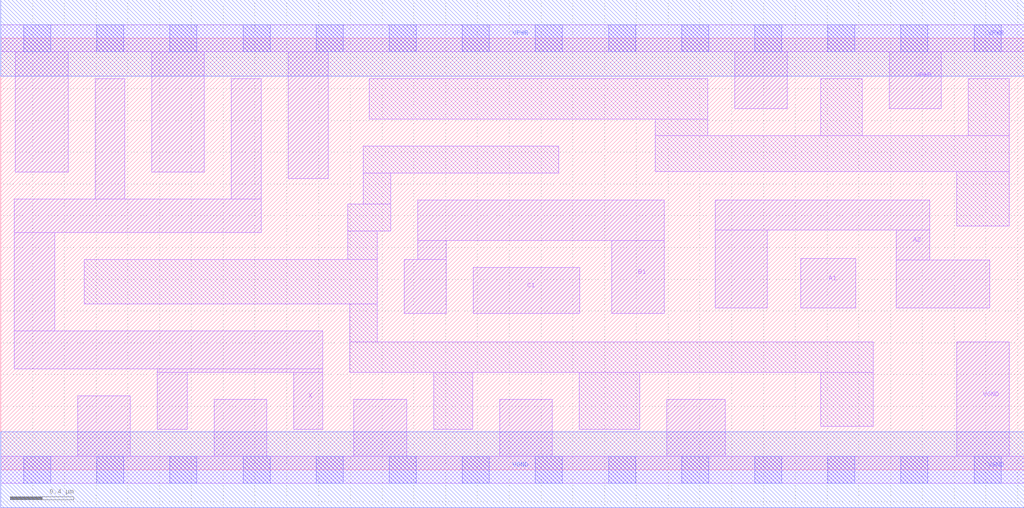
<source format=lef>
# Copyright 2020 The SkyWater PDK Authors
#
# Licensed under the Apache License, Version 2.0 (the "License");
# you may not use this file except in compliance with the License.
# You may obtain a copy of the License at
#
#     https://www.apache.org/licenses/LICENSE-2.0
#
# Unless required by applicable law or agreed to in writing, software
# distributed under the License is distributed on an "AS IS" BASIS,
# WITHOUT WARRANTIES OR CONDITIONS OF ANY KIND, either express or implied.
# See the License for the specific language governing permissions and
# limitations under the License.
#
# SPDX-License-Identifier: Apache-2.0

VERSION 5.7 ;
  NAMESCASESENSITIVE ON ;
  NOWIREEXTENSIONATPIN ON ;
  DIVIDERCHAR "/" ;
  BUSBITCHARS "[]" ;
UNITS
  DATABASE MICRONS 200 ;
END UNITS
MACRO sky130_fd_sc_hd__a211o_4
  CLASS CORE ;
  SOURCE USER ;
  FOREIGN sky130_fd_sc_hd__a211o_4 ;
  ORIGIN  0.000000  0.000000 ;
  SIZE  6.440000 BY  2.720000 ;
  SYMMETRY X Y R90 ;
  SITE unithd ;
  PIN A1
    ANTENNAGATEAREA  0.495000 ;
    DIRECTION INPUT ;
    USE SIGNAL ;
    PORT
      LAYER li1 ;
        RECT 5.035000 1.020000 5.380000 1.330000 ;
    END
  END A1
  PIN A2
    ANTENNAGATEAREA  0.495000 ;
    DIRECTION INPUT ;
    USE SIGNAL ;
    PORT
      LAYER li1 ;
        RECT 4.495000 1.020000 4.825000 1.510000 ;
        RECT 4.495000 1.510000 5.845000 1.700000 ;
        RECT 5.635000 1.020000 6.225000 1.320000 ;
        RECT 5.635000 1.320000 5.845000 1.510000 ;
    END
  END A2
  PIN B1
    ANTENNAGATEAREA  0.495000 ;
    DIRECTION INPUT ;
    USE SIGNAL ;
    PORT
      LAYER li1 ;
        RECT 2.540000 0.985000 2.805000 1.325000 ;
        RECT 2.625000 1.325000 2.805000 1.445000 ;
        RECT 2.625000 1.445000 4.175000 1.700000 ;
        RECT 3.845000 0.985000 4.175000 1.445000 ;
    END
  END B1
  PIN C1
    ANTENNAGATEAREA  0.495000 ;
    DIRECTION INPUT ;
    USE SIGNAL ;
    PORT
      LAYER li1 ;
        RECT 2.975000 0.985000 3.645000 1.275000 ;
    END
  END C1
  PIN X
    ANTENNADIFFAREA  0.933750 ;
    DIRECTION OUTPUT ;
    USE SIGNAL ;
    PORT
      LAYER li1 ;
        RECT 0.085000 0.635000 2.025000 0.875000 ;
        RECT 0.085000 0.875000 0.340000 1.495000 ;
        RECT 0.085000 1.495000 1.640000 1.705000 ;
        RECT 0.595000 1.705000 0.780000 2.465000 ;
        RECT 0.985000 0.255000 1.175000 0.615000 ;
        RECT 0.985000 0.615000 2.025000 0.635000 ;
        RECT 1.450000 1.705000 1.640000 2.465000 ;
        RECT 1.845000 0.255000 2.025000 0.615000 ;
    END
  END X
  PIN VGND
    DIRECTION INOUT ;
    SHAPE ABUTMENT ;
    USE GROUND ;
    PORT
      LAYER li1 ;
        RECT 0.000000 -0.085000 6.440000 0.085000 ;
        RECT 0.485000  0.085000 0.815000 0.465000 ;
        RECT 1.345000  0.085000 1.675000 0.445000 ;
        RECT 2.220000  0.085000 2.555000 0.445000 ;
        RECT 3.140000  0.085000 3.470000 0.445000 ;
        RECT 4.190000  0.085000 4.560000 0.445000 ;
        RECT 6.015000  0.085000 6.345000 0.805000 ;
      LAYER mcon ;
        RECT 0.145000 -0.085000 0.315000 0.085000 ;
        RECT 0.605000 -0.085000 0.775000 0.085000 ;
        RECT 1.065000 -0.085000 1.235000 0.085000 ;
        RECT 1.525000 -0.085000 1.695000 0.085000 ;
        RECT 1.985000 -0.085000 2.155000 0.085000 ;
        RECT 2.445000 -0.085000 2.615000 0.085000 ;
        RECT 2.905000 -0.085000 3.075000 0.085000 ;
        RECT 3.365000 -0.085000 3.535000 0.085000 ;
        RECT 3.825000 -0.085000 3.995000 0.085000 ;
        RECT 4.285000 -0.085000 4.455000 0.085000 ;
        RECT 4.745000 -0.085000 4.915000 0.085000 ;
        RECT 5.205000 -0.085000 5.375000 0.085000 ;
        RECT 5.665000 -0.085000 5.835000 0.085000 ;
        RECT 6.125000 -0.085000 6.295000 0.085000 ;
      LAYER met1 ;
        RECT 0.000000 -0.240000 6.440000 0.240000 ;
    END
  END VGND
  PIN VPWR
    DIRECTION INOUT ;
    SHAPE ABUTMENT ;
    USE POWER ;
    PORT
      LAYER li1 ;
        RECT 0.000000 2.635000 6.440000 2.805000 ;
        RECT 0.090000 1.875000 0.425000 2.635000 ;
        RECT 0.950000 1.875000 1.280000 2.635000 ;
        RECT 1.810000 1.835000 2.060000 2.635000 ;
        RECT 4.620000 2.275000 4.950000 2.635000 ;
        RECT 5.590000 2.275000 5.920000 2.635000 ;
      LAYER mcon ;
        RECT 0.145000 2.635000 0.315000 2.805000 ;
        RECT 0.605000 2.635000 0.775000 2.805000 ;
        RECT 1.065000 2.635000 1.235000 2.805000 ;
        RECT 1.525000 2.635000 1.695000 2.805000 ;
        RECT 1.985000 2.635000 2.155000 2.805000 ;
        RECT 2.445000 2.635000 2.615000 2.805000 ;
        RECT 2.905000 2.635000 3.075000 2.805000 ;
        RECT 3.365000 2.635000 3.535000 2.805000 ;
        RECT 3.825000 2.635000 3.995000 2.805000 ;
        RECT 4.285000 2.635000 4.455000 2.805000 ;
        RECT 4.745000 2.635000 4.915000 2.805000 ;
        RECT 5.205000 2.635000 5.375000 2.805000 ;
        RECT 5.665000 2.635000 5.835000 2.805000 ;
        RECT 6.125000 2.635000 6.295000 2.805000 ;
      LAYER met1 ;
        RECT 0.000000 2.480000 6.440000 2.960000 ;
    END
  END VPWR
  OBS
    LAYER li1 ;
      RECT 0.525000 1.045000 2.370000 1.325000 ;
      RECT 2.185000 1.325000 2.370000 1.505000 ;
      RECT 2.185000 1.505000 2.455000 1.675000 ;
      RECT 2.195000 0.615000 5.490000 0.805000 ;
      RECT 2.195000 0.805000 2.370000 1.045000 ;
      RECT 2.280000 1.675000 2.455000 1.870000 ;
      RECT 2.280000 1.870000 3.510000 2.040000 ;
      RECT 2.320000 2.210000 4.450000 2.465000 ;
      RECT 2.725000 0.255000 2.970000 0.615000 ;
      RECT 3.640000 0.255000 4.020000 0.615000 ;
      RECT 4.120000 1.880000 6.345000 2.105000 ;
      RECT 4.120000 2.105000 4.450000 2.210000 ;
      RECT 5.160000 0.275000 5.490000 0.615000 ;
      RECT 5.160000 2.105000 5.420000 2.465000 ;
      RECT 6.015000 1.535000 6.345000 1.880000 ;
      RECT 6.090000 2.105000 6.345000 2.465000 ;
  END
END sky130_fd_sc_hd__a211o_4
END LIBRARY

</source>
